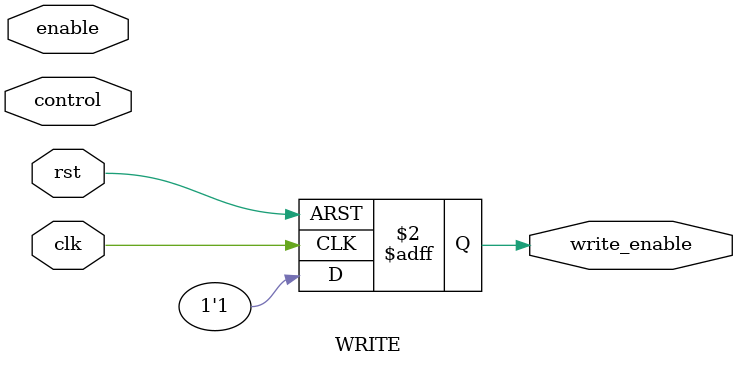
<source format=v>
module WRITE (

input wire clk,

input wire rst,

input wire control,

input wire enable,

output reg write_enable 
);

always @(posedge clk or posedge rst) begin

if (rst) begin

write_enable <= 0;

end 

else begin

write_enable <= 1 ;

end

end

endmodule


</source>
